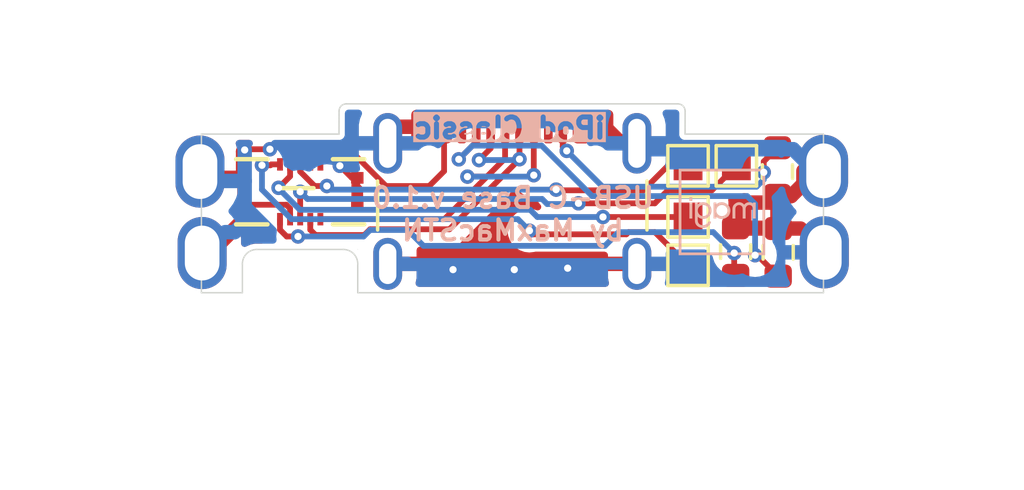
<source format=kicad_pcb>
(kicad_pcb (version 20240108) (generator "pcbnew") (generator_version "8.0")
  (layers (0 "F.Cu" signal) (31 "B.Cu" signal) (34 "B.Paste" user) (35 "F.Paste" user) (36 "B.SilkS" user "B.Silkscreen") (37 "F.SilkS" user "F.Silkscreen") (38 "B.Mask" user) (39 "F.Mask" user) (44 "Edge.Cuts" user))
  (net 0 "")
  (net 1 "D+")
  (net 2 "GND")
  (net 3 "USB_VCC")
  (net 6 "Net-(J2-CC2)")
  (net 7 "Net-(J2-CC1)")
  (net 8 "D-")
  (net 9 "ACC_ID")
  (net 10 "TX")
  (net 11 "RX")
  (net 12 "Line_L")
  (net 13 "Line_R")
  (footprint "Resistor_SMD:R_0603_1608Metric" (layer "F.Cu") (at 150.35 100.4 90)
    (property "Reference" "R1" (hide yes))
    (property "Value" "5.1K")
  )
  (footprint "Connector_USB:iPod_USB-C_PCB_mount" (layer "F.Cu") (at 151.95 101.3)
    (property "Reference" "H2" (hide yes))
    (property "Value" "MountingHole_Pad")
  )
  (footprint "Resistor_SMD:R_0603_1608Metric" (layer "F.Cu") (at 150.325 97.6 -90)
    (property "Reference" "R2" (hide yes))
    (property "Value" "5.1K")
  )
  (footprint "Connector_USB:USB_C_Receptacle_GCT_USB4105-xx-A_16P_TopMnt_Horizontal" (layer "F.Cu") (at 141.13 99.725)
    (property "Reference" "J2" (hide yes))
    (property "Value" "USB_C_Receptacle_USB2.0_16P")
  )
  (footprint "Resistor_SMD:R_0603_1608Metric" (layer "F.Cu") (at 148.875 100.375 90)
    (property "Reference" "R3" (hide yes))
    (property "Value" "500K")
  )
  (footprint "TestPoint:TestPoint_Pad_1.0x1.0mm" (layer "F.Cu") (at 147.225 97.4)
    (property "Reference" "TP4" (hide yes))
    (property "Value" "RX")
  )
  (footprint "TestPoint:TestPoint_Pad_1.0x1.0mm" (layer "F.Cu") (at 147.225 100.85)
    (property "Reference" "TP2" (hide yes))
    (property "Value" "RX")
  )
  (footprint "TestPoint:TestPoint_Pad_1.0x1.0mm" (layer "F.Cu") (at 147.225 99.175)
    (property "Reference" "TP1" (hide yes))
    (property "Value" "TX")
  )
  (footprint "Connector_Molex:MOLEX_505270_1012" (layer "F.Cu") (at 133.775 98.3 180)
    (property "Reference" "J1" (hide yes))
    (property "Value" "5052701012")
  )
  (footprint "Connector_USB:iPod_USB-C_PCB_mount" (layer "F.Cu") (at 130.375 101.325)
    (property "Reference" "H4" (hide yes))
    (property "Value" "MountingHole_Pad")
  )
  (footprint "TestPoint:TestPoint_Pad_1.0x1.0mm" (layer "F.Cu") (at 148.9 97.4)
    (property "Reference" "TP3" (hide yes))
    (property "Value" "RX")
  )
  (footprint "Connector_USB:iPod_USB-C_PCB_mount" (layer "F.Cu") (at 130.3 98.5)
    (property "Reference" "H3" (hide yes))
    (property "Value" "MountingHole_Pad")
  )
  (footprint "Connector_USB:iPod_USB-C_PCB_mount" (layer "F.Cu") (at 151.925 98.475)
    (property "Reference" "H1" (hide yes))
    (property "Value" "MountingHole_Pad")
  )
  (gr_poly (pts (xy 148.865536 99.228519) (xy 148.865642 99.228307) (xy 148.865536 99.228307)) (stroke (width -0.000001)) (fill solid) (layer "B.SilkS"))
  (gr_poly (pts (xy 149.557474 98.688346) (xy 149.557686 98.688346) (xy 149.557474 98.68824)) (stroke (width -0.000001)) (fill solid) (layer "B.SilkS"))
  (gr_poly (pts (xy 146.9 100.5) (xy 149.899951 100.5) (xy 149.899951 100.404751) (xy 149.804701 100.404751) (xy 146.995249 100.404751) (xy 146.995249 97.595299) (xy 149.804701 97.595299) (xy 149.804701 100.404751) (xy 149.899951 100.404751) (xy 149.899951 97.500049) (xy 146.9 97.500049)) (stroke (width -0.000001)) (fill solid) (layer "B.SilkS"))
  (gr_poly (pts (xy 147.286926 99.21349) (xy 147.357094 99.21349) (xy 147.357094 98.688346) (xy 147.286926 98.688346)) (stroke (width -0.000001)) (fill solid) (layer "B.SilkS"))
  (gr_poly (pts (xy 147.739226 98.662724) (xy 147.724089 98.663646) (xy 147.709408 98.665182) (xy 147.695183 98.667331) (xy 147.681416 98.670093) (xy 147.66811 98.673467) (xy 147.655265 98.677452) (xy 147.642883 98.682048) (xy 147.630967 98.687255) (xy 147.619517 98.693071) (xy 147.608536 98.699496) (xy 147.598025 98.706529) (xy 147.587986 98.71417) (xy 147.57842 98.722418) (xy 147.56933 98.731273) (xy 147.560717 98.740733) (xy 147.560717 98.673423) (xy 147.463244 98.673423) (xy 147.463244 99.261962) (xy 147.463374 99.280158) (xy 147.463764 99.296976) (xy 147.464416 99.312441) (xy 147.465334 99.326573) (xy 147.466521 99.339396) (xy 147.467977 99.350932) (xy 147.469706 99.361202) (xy 147.471711 99.37023) (xy 147.475705 99.384119) (xy 147.480465 99.397527) (xy 147.485986 99.410451) (xy 147.492269 99.42289) (xy 147.499311 99.434841) (xy 147.50711 99.446301) (xy 147.515664 99.457269) (xy 147.524972 99.467742) (xy 147.535031 99.477717) (xy 147.54584 99.487193) (xy 147.557397 99.496167) (xy 147.569699 99.504636) (xy 147.582746 99.512599) (xy 147.596536 99.520053) (xy 147.611065 99.526996) (xy 147.626333 99.533425) (xy 147.633616 99.536194) (xy 147.640937 99.538787) (xy 147.648294 99.541203) (xy 147.655687 99.543442) (xy 147.663115 99.545504) (xy 147.670574 99.547388) (xy 147.678066 99.549095) (xy 147.685587 99.550622) (xy 147.693137 99.551972) (xy 147.700713 99.553142) (xy 147.708316 99.554133) (xy 147.715943 99.554945) (xy 147.723593 99.555577) (xy 147.731264 99.556029) (xy 147.738956 99.5563) (xy 147.746666 99.55639) (xy 147.746878 99.556285) (xy 147.758526 99.556065) (xy 147.770052 99.555408) (xy 147.781455 99.554313) (xy 147.792732 99.552782) (xy 147.80388 99.550816) (xy 147.814898 99.548415) (xy 147.825782 99.545581) (xy 147.836532 99.542315) (xy 147.847144 99.538616) (xy 147.857615 99.534488) (xy 147.867945 99.529929) (xy 147.878129 99.524941) (xy 147.888167 99.519526) (xy 147.898056 99.513684) (xy 147.907792 99.507416) (xy 147.917375 99.500722) (xy 147.927003 99.493445) (xy 147.9362 99.485901) (xy 147.944965 99.478092) (xy 147.953297 99.470021) (xy 147.961195 99.461687) (xy 147.968656 99.453093) (xy 147.97568 99.444241) (xy 147.982264 99.435132) (xy 147.988409 99.425767) (xy 147.994112 99.416149) (xy 147.999371 99.406277) (xy 148.004187 99.396156) (xy 148.008556 99.385784) (xy 148.012478 99.375165) (xy 148.015952 99.3643) (xy 148.018975 99.35319) (xy 148.023632 99.334458) (xy 147.926583 99.334458) (xy 147.922244 99.34229) (xy 147.913923 99.356522) (xy 147.905231 99.369812) (xy 147.896161 99.382164) (xy 147.88671 99.393581) (xy 147.876872 99.404065) (xy 147.871806 99.408959) (xy 147.866641 99.413621) (xy 147.861378 99.418052) (xy 147.856014 99.422251) (xy 147.85055 99.42622) (xy 147.844985 99.429959) (xy 147.839319 99.433468) (xy 147.83355 99.436748) (xy 147.827678 99.439799) (xy 147.821702 99.442621) (xy 147.815622 99.445216) (xy 147.809438 99.447582) (xy 147.803148 99.449721) (xy 147.796752 99.451634) (xy 147.790249 99.453319) (xy 147.783639 99.454779) (xy 147.776921 99.456013) (xy 147.770095 99.457022) (xy 147.76316 99.457806) (xy 147.756114 99.458365) (xy 147.741692 99.458812) (xy 147.727382 99.458491) (xy 147.713729 99.457524) (xy 147.700718 99.455911) (xy 147.688331 99.453649) (xy 147.67655 99.450736) (xy 147.66536 99.44717) (xy 147.654743 99.442948) (xy 147.644683 99.438069) (xy 147.635162 99.432529) (xy 147.626163 99.426328) (xy 147.61767 99.419463) (xy 147.609667 99.411931) (xy 147.602135 99.403731) (xy 147.595058 99.39486) (xy 147.588419 99.385316) (xy 147.582201 99.375098) (xy 147.579624 99.370262) (xy 147.577211 99.365123) (xy 147.574962 99.35968) (xy 147.572878 99.353936) (xy 147.570959 99.347891) (xy 147.569205 99.341546) (xy 147.567616 99.334903) (xy 147.566194 99.327962) (xy 147.564938 99.320725) (xy 147.563848 99.313193) (xy 147.562925 99.305366) (xy 147.562169 99.297246) (xy 147.56158 99.288834) (xy 147.56116 99.280131) (xy 147.560907 99.271138) (xy 147.560823 99.261856) (xy 147.560823 99.161844) (xy 147.564006 99.165459) (xy 147.567287 99.169002) (xy 147.570665 99.172472) (xy 147.57414 99.17587) (xy 147.577712 99.179194) (xy 147.581381 99.182445) (xy 147.585149 99.185622) (xy 147.589014 99.188725) (xy 147.592977 99.191754) (xy 147.597039 99.194708) (xy 147.601198 99.197587) (xy 147.605456 99.20039) (xy 147.609813 99.203118) (xy 147.614268 99.20577) (xy 147.618823 99.208346) (xy 147.623476 99.210845) (xy 147.630748 99.214576) (xy 147.638118 99.218072) (xy 147.645584 99.221331) (xy 147.653142 99.224352) (xy 147.660793 99.227135) (xy 147.668534 99.229679) (xy 147.676362 99.231984) (xy 147.684277 99.234049) (xy 147.692276 99.235873) (xy 147.700358 99.237456) (xy 147.70852 99.238797) (xy 147.716761 99.239896) (xy 147.725079 99.240752) (xy 147.733472 99.241364) (xy 147.741939 99.241731) (xy 147.750476 99.241854) (xy 147.764611 99.241523) (xy 147.778556 99.240531) (xy 147.792311 99.238879) (xy 147.805872 99.236569) (xy 147.819236 99.233601) (xy 147.8324 99.229977) (xy 147.845363 99.225699) (xy 147.858122 99.220767) (xy 147.870673 99.215182) (xy 147.883015 99.208946) (xy 147.895144 99.202061) (xy 147.907058 99.194527) (xy 147.918755 99.186345) (xy 147.930231 99.177517) (xy 147.941484 99.168044) (xy 147.952512 99.157928) (xy 147.962859 99.147649) (xy 147.972547 99.137016) (xy 147.981576 99.126032) (xy 147.989944 99.114698) (xy 147.997649 99.103019) (xy 148.004691 99.090996) (xy 148.011068 99.078633) (xy 148.016779 99.065932) (xy 148.021823 99.052897) (xy 148.026198 99.039529) (xy 148.029904 99.025832) (xy 148.032939 99.011809) (xy 148.035301 98.997461) (xy 148.03699 98.982793) (xy 148.038004 98.967807) (xy 148.038343 98.952506) (xy 148.038225 98.945097) (xy 147.937272 98.945097) (xy 147.937071 98.955492) (xy 147.936467 98.965646) (xy 147.935458 98.975562) (xy 147.934044 98.985244) (xy 147.932223 98.994698) (xy 147.929994 99.003925) (xy 147.927356 99.012932) (xy 147.924308 99.021721) (xy 147.920847 99.030296) (xy 147.916974 99.038663) (xy 147.912686 99.046824) (xy 147.907983 99.054783) (xy 147.902863 99.062546) (xy 147.897325 99.070116) (xy 147.891368 99.077496) (xy 147.88499 99.084691) (xy 147.878243 99.091797) (xy 147.871293 99.098431) (xy 147.864137 99.104594) (xy 147.856771 99.11029) (xy 147.849191 99.115519) (xy 147.841393 99.120284) (xy 147.833374 99.124586) (xy 147.825128 99.128427) (xy 147.816654 99.131809) (xy 147.807946 99.134735) (xy 147.799001 99.137205) (xy 147.789815 99.139222) (xy 147.780384 99.140788) (xy 147.770704 99.141903) (xy 147.760771 99.142572) (xy 147.750582 99.142794) (xy 147.740421 99.142588) (xy 147.730567 99.141968) (xy 147.721012 99.140934) (xy 147.711746 99.139483) (xy 147.70276 99.137615) (xy 147.694044 99.135326) (xy 147.685589 99.132617) (xy 147.677385 99.129485) (xy 147.669423 99.125929) (xy 147.661694 99.121948) (xy 147.654187 99.117539) (xy 147.646894 99.112701) (xy 147.639804 99.107433) (xy 147.63291 99.101733) (xy 147.6262 99.095599) (xy 147.619666 99.089031) (xy 147.612753 99.081484) (xy 147.606299 99.073805) (xy 147.600303 99.06599) (xy 147.594762 99.058035) (xy 147.589676 99.049935) (xy 147.585041 99.041688) (xy 147.580857 99.03329) (xy 147.577121 99.024737) (xy 147.573832 99.016025) (xy 147.570987 99.00715) (xy 147.568585 98.99811) (xy 147.566624 98.988899) (xy 147.565102 98.979515) (xy 147.564017 98.969953) (xy 147.563367 98.960211) (xy 147.563151 98.950283) (xy 147.563364 98.940347) (xy 147.564002 98.930584) (xy 147.565067 98.920998) (xy 147.566561 98.911594) (xy 147.568486 98.902376) (xy 147.570842 98.893349) (xy 147.573632 98.884516) (xy 147.576857 98.875882) (xy 147.580518 98.867452) (xy 147.584618 98.859229) (xy 147.589157 98.851219) (xy 147.594137 98.843424) (xy 147.599561 98.835851) (xy 147.605428 98.828503) (xy 147.611741 98.821384) (xy 147.618502 98.814499) (xy 147.625617 98.807912) (xy 147.632914 98.801762) (xy 147.640397 98.796048) (xy 147.648071 98.790767) (xy 147.655939 98.785919) (xy 147.664004 98.781502) (xy 147.672272 98.777513) (xy 147.680745 98.773952) (xy 147.689428 98.770815) (xy 147.698325 98.768103) (xy 147.707438 98.765812) (xy 147.716773 98.763942) (xy 147.726333 98.76249) (xy 147.736123 98.761456) (xy 147.746144 98.760836) (xy 147.756403 98.76063) (xy 147.756403 98.760524) (xy 147.765824 98.760733) (xy 147.775041 98.761359) (xy 147.784056 98.762405) (xy 147.792872 98.763873) (xy 147.801494 98.765762) (xy 147.809925 98.768075) (xy 147.818168 98.770813) (xy 147.826226 98.773978) (xy 147.834104 98.777571) (xy 147.841803 98.781592) (xy 147.849329 98.786045) (xy 147.856683 98.79093) (xy 147.86387 98.796248) (xy 147.870893 98.802) (xy 147.877756 98.80819) (xy 147.884461 98.814816) (xy 147.890914 98.821754) (xy 147.89694 98.828836) (xy 147.90254 98.836066) (xy 147.907715 98.843448) (xy 147.912467 98.850984) (xy 147.916798 98.85868) (xy 147.920709 98.866537) (xy 147.924202 98.874559) (xy 147.927278 98.88275) (xy 147.929939 98.891114) (xy 147.932186 98.899652) (xy 147.934021 98.90837) (xy 147.935446 98.91727) (xy 147.936461 98.926355) (xy 147.93707 98.93563) (xy 147.937272 98.945097) (xy 148.038225 98.945097) (xy 148.038133 98.939343) (xy 148.037505 98.926488) (xy 148.03646 98.913942) (xy 148.034997 98.901707) (xy 148.033119 98.889785) (xy 148.030825 98.878179) (xy 148.028117 98.866889) (xy 148.024994 98.855919) (xy 148.021459 98.84527) (xy 148.017512 98.834945) (xy 148.013153 98.824944) (xy 148.008384 98.815271) (xy 148.003204 98.805927) (xy 147.997616 98.796915) (xy 147.991619 98.788235) (xy 147.985214 98.779891) (xy 147.9732 98.765718) (xy 147.960851 98.752449) (xy 147.948171 98.740086) (xy 147.935165 98.72863) (xy 147.921835 98.718082) (xy 147.908185 98.708445) (xy 147.894217 98.699718) (xy 147.879937 98.691904) (xy 147.865346 98.685004) (xy 147.850448 98.67902) (xy 147.835248 98.673953) (xy 147.819747 98.669803) (xy 147.80395 98.666574) (xy 147.78786 98.664265) (xy 147.771481 98.662879) (xy 147.754815 98.662416)) (stroke (width -0.000001)) (fill solid) (layer "B.SilkS"))
  (gr_poly (pts (xy 147.286926 98.604526) (xy 147.357094 98.604526) (xy 147.357094 98.50409) (xy 147.286926 98.50409)) (stroke (width -0.000001)) (fill solid) (layer "B.SilkS"))
  (gr_poly (pts (xy 147.736604 98.67767) (xy 147.719077 98.67898) (xy 147.702235 98.681163) (xy 147.686078 98.68422) (xy 147.670607 98.68815) (xy 147.65582 98.692955) (xy 147.64172 98.698634) (xy 147.628305 98.705186) (xy 147.615576 98.712614) (xy 147.603533 98.720915) (xy 147.592176 98.730092) (xy 147.581505 98.740143) (xy 147.571521 98.751069) (xy 147.562223 98.76287) (xy 147.553613 98.775547) (xy 147.545689 98.789099) (xy 147.545689 98.688134) (xy 147.478379 98.688134) (xy 147.478379 99.261539) (xy 147.478484 99.261751) (xy 147.478609 99.279392) (xy 147.478982 99.295725) (xy 147.479606 99.31075) (xy 147.480482 99.32447) (xy 147.481611 99.336885) (xy 147.482994 99.347997) (xy 147.484632 99.357806) (xy 147.486528 99.366314) (xy 147.490277 99.379338) (xy 147.494738 99.391898) (xy 147.499912 99.403994) (xy 147.505798 99.415627) (xy 147.512396 99.426797) (xy 147.519707 99.437504) (xy 147.527731 99.447748) (xy 147.536468 99.457529) (xy 147.545918 99.466848) (xy 147.556081 99.475704) (xy 147.566958 99.484098) (xy 147.578548 99.492029) (xy 147.590852 99.499499) (xy 147.60387 99.506507) (xy 147.617602 99.513053) (xy 147.632048 99.519137) (xy 147.639009 99.52179) (xy 147.645998 99.524272) (xy 147.653018 99.526583) (xy 147.660066 99.528722) (xy 147.667144 99.53069) (xy 147.674251 99.532487) (xy 147.681386 99.534113) (xy 147.68855 99.535568) (xy 147.695743 99.536852) (xy 147.702964 99.537964) (xy 147.710213 99.538906) (xy 147.717491 99.539676) (xy 147.724796 99.540275) (xy 147.732129 99.540703) (xy 147.73949 99.540959) (xy 147.746878 99.541045) (xy 147.757964 99.540839) (xy 147.768919 99.540221) (xy 147.779743 99.539192) (xy 147.790435 99.537751) (xy 147.800995 99.535898) (xy 147.811425 99.533633) (xy 147.821722 99.530957) (xy 147.831888 99.527869) (xy 147.841923 99.524369) (xy 147.851826 99.520457) (xy 147.861598 99.516134) (xy 147.871239 99.511398) (xy 147.880747 99.506251) (xy 147.890125 99.500693) (xy 147.899371 99.494722) (xy 147.908485 99.48834) (xy 147.917603 99.481453) (xy 147.926305 99.474326) (xy 147.934589 99.466958) (xy 147.942456 99.45935) (xy 147.949906 99.451502) (xy 147.956938 99.443414) (xy 147.963553 99.435087) (xy 147.96975 99.42652) (xy 147.975528 99.417714) (xy 147.980889 99.408668) (xy 147.985832 99.399384) (xy 147.990356 99.38986) (xy 147.994461 99.380098) (xy 147.998148 99.370098) (xy 148.001416 99.359858) (xy 148.004265 99.349381) (xy 147.935473 99.349381) (xy 147.926661 99.364434) (xy 147.91741 99.378516) (xy 147.907719 99.391629) (xy 147.89759 99.403771) (xy 147.88702 99.414943) (xy 147.88157 99.420164) (xy 147.87601 99.425144) (xy 147.870341 99.42988) (xy 147.864561 99.434374) (xy 147.858671 99.438625) (xy 147.852672 99.442633) (xy 147.846562 99.446399) (xy 147.840342 99.449921) (xy 147.834012 99.453201) (xy 147.827571 99.456238) (xy 147.821021 99.459033) (xy 147.814361 99.461584) (xy 147.80759 99.463892) (xy 147.800709 99.465958) (xy 147.793718 99.46778) (xy 147.786617 99.46936) (xy 147.779405 99.470697) (xy 147.772083 99.47179) (xy 147.764651 99.472641) (xy 147.757108 99.473249) (xy 147.741692 99.473735) (xy 147.72639 99.473378) (xy 147.71175 99.472306) (xy 147.69776 99.47052) (xy 147.684405 99.46802) (xy 147.671673 99.464805) (xy 147.659552 99.460876) (xy 147.648028 99.456233) (xy 147.637089 99.450875) (xy 147.626722 99.444803) (xy 147.616913 99.438016) (xy 147.607651 99.430515) (xy 147.598921 99.4223) (xy 147.590712 99.41337) (xy 147.58301 99.403726) (xy 147.575803 99.393368) (xy 147.569078 99.382295) (xy 147.566251 99.377024) (xy 147.563606 99.37145) (xy 147.561142 99.365574) (xy 147.55886 99.359395) (xy 147.556759 99.352914) (xy 147.554841 99.34613) (xy 147.553104 99.339043) (xy 147.551549 99.331654) (xy 147.550177 99.323962) (xy 147.548987 99.315967) (xy 147.54798 99.30767) (xy 147.547155 99.29907) (xy 147.546514 99.290168) (xy 147.546056 99.280963) (xy 147.54578 99.271455) (xy 147.545689 99.261645) (xy 147.545689 99.109457) (xy 147.548941 99.116403) (xy 147.552465 99.123154) (xy 147.556264 99.129709) (xy 147.560335 99.136069) (xy 147.56468 99.142233) (xy 147.569298 99.148202) (xy 147.574191 99.153976) (xy 147.579357 99.159555) (xy 147.584797 99.16494) (xy 147.590512 99.17013) (xy 147.596501 99.175125) (xy 147.602764 99.179927) (xy 147.609303 99.184534) (xy 147.616116 99.188947) (xy 147.623204 99.193167) (xy 147.630567 99.197192) (xy 147.637471 99.20073) (xy 147.644453 99.204038) (xy 147.651512 99.207119) (xy 147.658649 99.209972) (xy 147.665864 99.212596) (xy 147.673158 99.214992) (xy 147.68053 99.21716) (xy 147.687982 99.2191) (xy 147.695512 99.220811) (xy 147.703123 99.222295) (xy 147.710813 99.22355) (xy 147.718584 99.224577) (xy 147.726435 99.225375) (xy 147.734368 99.225946) (xy 147.742381 99.226288) (xy 147.750476 99.226402) (xy 147.763912 99.226091) (xy 147.777151 99.225157) (xy 147.790195 99.223601) (xy 147.803044 99.221422) (xy 147.815697 99.21862) (xy 147.828155 99.215196) (xy 147.840418 99.211149) (xy 147.852486 99.206479) (xy 147.86436 99.201187) (xy 147.876039 99.195273) (xy 147.887523 99.188735) (xy 147.898813 99.181575) (xy 147.909909 99.173793) (xy 147.920812 99.165388) (xy 147.93152 99.15636) (xy 147.942035 99.14671) (xy 147.951858 99.136947) (xy 147.96105 99.126866) (xy 147.969608 99.116467) (xy 147.977533 99.105749) (xy 147.984826 99.094713) (xy 147.991485 99.083357) (xy 147.99751 99.071683) (xy 148.002902 99.059688) (xy 148.00766 99.047374) (xy 148.011784 99.034739) (xy 148.015274 99.021784) (xy 148.01813 99.008508) (xy 148.020352 98.994911) (xy 148.021939 98.980992) (xy 148.022891 98.966751) (xy 148.023209 98.952188) (xy 148.023097 98.944991) (xy 147.952406 98.944991) (xy 147.952186 98.956032) (xy 147.951528 98.96685) (xy 147.95043 98.977444) (xy 147.948892 98.987816) (xy 147.946915 98.997965) (xy 147.944498 99.007892) (xy 147.941641 99.017596) (xy 147.938343 99.027078) (xy 147.934606 99.036339) (xy 147.930428 99.045377) (xy 147.925809 99.054194) (xy 147.92075 99.062789) (xy 147.91525 99.071163) (xy 147.909309 99.079315) (xy 147.902926 99.087247) (xy 147.896103 99.094957) (xy 147.888855 99.10257) (xy 147.881359 99.109691) (xy 147.873616 99.116321) (xy 147.865626 99.122461) (xy 147.857389 99.128109) (xy 147.848906 99.133266) (xy 147.840176 99.137931) (xy 147.8312 99.142106) (xy 147.821979 99.14579) (xy 147.812513 99.148982) (xy 147.802802 99.151683) (xy 147.792846 99.153893) (xy 147.782645 99.155612) (xy 147.772201 99.15684) (xy 147.761513 99.157577) (xy 147.750582 99.157822) (xy 147.739682 99.157594) (xy 147.729082 99.156909) (xy 147.718778 99.155768) (xy 147.708761 99.154169) (xy 147.699026 99.152114) (xy 147.689566 99.149601) (xy 147.680374 99.146631) (xy 147.671445 99.143204) (xy 147.662771 99.139319) (xy 147.654346 99.134976) (xy 147.646163 99.130175) (xy 147.638217 99.124916) (xy 147.630499 99.119199) (xy 147.623005 99.113024) (xy 147.615727 99.106389) (xy 147.608659 99.099296) (xy 147.601315 99.091254) (xy 147.594442 99.083039) (xy 147.588041 99.074654) (xy 147.582112 99.066098) (xy 147.576655 99.05737) (xy 147.571672 99.048472) (xy 147.567161 99.039402) (xy 147.563124 99.030161) (xy 147.559561 99.020749) (xy 147.556472 99.011165) (xy 147.553858 99.001411) (xy 147.551718 98.991485) (xy 147.550053 98.981389) (xy 147.548863 98.971121) (xy 147.548149 98.960682) (xy 147.547911 98.950071) (xy 147.548145 98.93945) (xy 147.548849 98.928984) (xy 147.550021 98.91868) (xy 147.551661 98.908548) (xy 147.553771 98.898596) (xy 147.556349 98.888832) (xy 147.559397 98.879265) (xy 147.562913 98.869903) (xy 147.566898 98.860754) (xy 147.571351 98.851826) (xy 147.576274 98.843129) (xy 147.581665 98.83467) (xy 147.587525 98.826458) (xy 147.593854 98.818501) (xy 147.600652 98.810808) (xy 147.607918 98.803386) (xy 147.61553 98.796351) (xy 147.623362 98.789769) (xy 147.631416 98.783641) (xy 147.639692 98.777967) (xy 147.648189 98.772746) (xy 147.656909 98.76798) (xy 147.665851 98.763668) (xy 147.675017 98.75981) (xy 147.684405 98.756405) (xy 147.694018 98.753455) (xy 147.703854 98.750958) (xy 147.713914 98.748915) (xy 147.724198 98.747327) (xy 147.734708 98.746192) (xy 147.745443 98.745511) (xy 147.756403 98.745284) (xy 147.766545 98.745515) (xy 147.776494 98.746206) (xy 147.786249 98.747359) (xy 147.795811 98.748972) (xy 147.805178 98.751045) (xy 147.814351 98.753577) (xy 147.823329 98.75657) (xy 147.832113 98.760021) (xy 147.840702 98.763932) (xy 147.849097 98.768301) (xy 147.857296 98.773128) (xy 147.8653 98.778413) (xy 147.873109 98.784156) (xy 147.880722 98.790356) (xy 147.88814 98.797013) (xy 147.895362 98.804127) (xy 147.902264 98.811579) (xy 147.908721 98.819209) (xy 147.914735 98.827018) (xy 147.920304 98.835006) (xy 147.925428 98.843173) (xy 147.930107 98.85152) (xy 147.934342 98.860046) (xy 147.938132 98.868752) (xy 147.941476 98.877637) (xy 147.944375 98.886703) (xy 147.946828 98.895949) (xy 147.948836 98.905375) (xy 147.950397 98.914982) (xy 147.951513 98.924769) (xy 147.952183 98.934737) (xy 147.952406 98.944885) (xy 147.952406 98.944991) (xy 148.023097 98.944991) (xy 148.023014 98.939644) (xy 148.02243 98.927413) (xy 148.021457 98.915495) (xy 148.020095 98.90389) (xy 148.018344 98.892598) (xy 148.016205 98.881619) (xy 148.013676 98.870954) (xy 148.01076 98.860603) (xy 148.007455 98.850565) (xy 148.003763 98.840841) (xy 147.999682 98.831431) (xy 147.995214 98.822336) (xy 147.990358 98.813554) (xy 147.985115 98.805088) (xy 147.979485 98.796936) (xy 147.973467 98.789099) (xy 147.96199 98.775547) (xy 147.95022 98.76287) (xy 147.938158 98.751069) (xy 147.925804 98.740143) (xy 147.913158 98.730092) (xy 147.900219 98.720915) (xy 147.886989 98.712614) (xy 147.873468 98.705186) (xy 147.859655 98.698634) (xy 147.84555 98.692955) (xy 147.831155 98.68815) (xy 147.816468 98.68422) (xy 147.801491 98.681163) (xy 147.786223 98.67898) (xy 147.770664 98.67767) (xy 147.754815 98.677233)) (stroke (width -0.000001)) (fill solid) (layer "B.SilkS"))
  (gr_poly (pts (xy 148.37918 98.67777) (xy 148.36192 98.679065) (xy 148.345338 98.681223) (xy 148.329434 98.684243) (xy 148.314208 98.688126) (xy 148.299661 98.692871) (xy 148.285794 98.698479) (xy 148.272605 98.704948) (xy 148.260096 98.71228) (xy 148.248267 98.720473) (xy 148.237118 98.729528) (xy 148.22665 98.739445) (xy 148.216863 98.750223) (xy 148.207757 98.761862) (xy 148.199332 98.774362) (xy 148.19159 98.787723) (xy 148.19159 98.68824) (xy 148.12428 98.68824) (xy 148.12428 99.213385) (xy 148.191589 99.213385) (xy 148.191589 99.113902) (xy 148.19546 99.120836) (xy 148.199491 99.127549) (xy 148.203683 99.134042) (xy 148.208035 99.140314) (xy 148.212547 99.146365) (xy 148.21722 99.152196) (xy 148.222053 99.157807) (xy 148.227047 99.163197) (xy 148.232201 99.168366) (xy 148.237515 99.173315) (xy 148.242989 99.178044) (xy 148.248624 99.182552) (xy 148.254419 99.18684) (xy 148.260374 99.190908) (xy 148.266489 99.194756) (xy 148.272764 99.198383) (xy 148.279199 99.20179) (xy 148.285793 99.204977) (xy 148.292548 99.207944) (xy 148.299463 99.210691) (xy 148.306537 99.213219) (xy 148.313772 99.215526) (xy 148.321166 99.217613) (xy 148.32872 99.21948) (xy 148.336433 99.221128) (xy 148.344306 99.222555) (xy 148.352339 99.223763) (xy 148.360531 99.224752) (xy 148.368883 99.22552) (xy 148.377394 99.226069) (xy 148.394895 99.226508) (xy 148.411319 99.226068) (xy 148.427489 99.224747) (xy 148.443407 99.222546) (xy 148.459072 99.219465) (xy 148.474484 99.215504) (xy 148.489645 99.210664) (xy 148.504553 99.204943) (xy 148.51921 99.198343) (xy 148.533615 99.190864) (xy 148.547768 99.182506) (xy 148.561669 99.173268) (xy 148.57532 99.163152) (xy 148.588719 99.152157) (xy 148.601867 99.140284) (xy 148.614764 99.127532) (xy 148.627411 99.113902) (xy 148.629508 99.11143) (xy 148.631593 99.108777) (xy 148.633666 99.105942) (xy 148.635727 99.102926) (xy 148.637777 99.099729) (xy 148.639814 99.096349) (xy 148.64184 99.092788) (xy 148.643855 99.089044) (xy 148.645859 99.085118) (xy 148.647851 99.081009) (xy 148.649833 99.076718) (xy 148.651804 99.072244) (xy 148.653765 99.067588) (xy 148.655715 99.062748) (xy 148.657655 99.057725) (xy 148.659584 99.052518) (xy 148.664049 99.039193) (xy 148.667919 99.025888) (xy 148.66963 99.019243) (xy 148.671193 99.012602) (xy 148.672607 99.005967) (xy 148.673872 98.999337) (xy 148.674988 98.992712) (xy 148.675956 98.986091) (xy 148.676774 98.979476) (xy 148.677444 98.972865) (xy 148.677965 98.96626) (xy 148.678337 98.959659) (xy 148.67856 98.953064) (xy 148.678569 98.952294) (xy 148.60762 98.952294) (xy 148.60762 98.9524) (xy 148.607373 98.962995) (xy 148.606633 98.97339) (xy 148.605398 98.983584) (xy 148.60367 98.993577) (xy 148.601447 99.00337) (xy 148.59873 99.012963) (xy 148.595518 99.022357) (xy 148.591811 99.03155) (xy 148.58761 99.040543) (xy 148.582914 99.049337) (xy 148.577722 99.057932) (xy 148.572035 99.066328) (xy 148.565853 99.074524) (xy 148.559175 99.082522) (xy 148.552002 99.09032) (xy 148.544332 99.097921) (xy 148.536342 99.105187) (xy 148.52817 99.111985) (xy 148.519815 99.118314) (xy 148.511277 99.124174) (xy 148.502558 99.129565) (xy 148.493658 99.134488) (xy 148.484577 99.138941) (xy 148.475315 99.142926) (xy 148.465874 99.146442) (xy 148.456254 99.149489) (xy 148.446454 99.152068) (xy 148.436476 99.154178) (xy 148.42632 99.155818) (xy 148.415987 99.15699) (xy 148.405476 99.157694) (xy 148.394789 99.157928) (xy 148.384162 99.157692) (xy 148.373823 99.156985) (xy 148.363758 99.155807) (xy 148.353956 99.154158) (xy 148.344404 99.152037) (xy 148.335089 99.149445) (xy 148.325999 99.146381) (xy 148.317121 99.142847) (xy 148.308443 99.138841) (xy 148.299952 99.134364) (xy 148.291635 99.129415) (xy 148.283481 99.123995) (xy 148.275476 99.118104) (xy 148.267608 99.111742) (xy 148.259864 99.104908) (xy 148.252232 99.097603) (xy 148.244887 99.089978) (xy 148.238014 99.082184) (xy 148.231613 99.074222) (xy 148.225684 99.066091) (xy 148.220228 99.057791) (xy 148.215244 99.049323) (xy 148.210734 99.040686) (xy 148.206697 99.031881) (xy 148.203134 99.022906) (xy 148.200045 99.013763) (xy 148.19743 99.004451) (xy 148.19529 98.994971) (xy 148.193625 98.985322) (xy 148.192436 98.975504) (xy 148.191722 98.965518) (xy 148.191483 98.955363) (xy 148.191712 98.944418) (xy 148.192396 98.933689) (xy 148.193538 98.923175) (xy 148.195136 98.912878) (xy 148.197192 98.902796) (xy 148.199704 98.89293) (xy 148.202674 98.883279) (xy 148.206102 98.873845) (xy 148.209987 98.864626) (xy 148.21433 98.855623) (xy 148.21913 98.846836) (xy 148.224389 98.838265) (xy 148.230107 98.82991) (xy 148.236282 98.82177) (xy 148.242916 98.813846) (xy 148.250009 98.806138) (xy 148.257448 98.798793) (xy 148.26512 98.79192) (xy 148.273026 98.785519) (xy 148.281164 98.77959) (xy 148.289536 98.774134) (xy 148.29814 98.769151) (xy 148.306978 98.76464) (xy 148.316049 98.760603) (xy 148.325354 98.75704) (xy 148.334891 98.753951) (xy 148.344662 98.751336) (xy 148.354665 98.749196) (xy 148.364902 98.747531) (xy 148.375372 98.746342) (xy 148.386075 98.745628) (xy 148.397012 98.74539) (xy 148.407938 98.745625) (xy 148.418615 98.746332) (xy 148.42905 98.747511) (xy 148.439248 98.74916) (xy 148.449215 98.751281) (xy 148.45896 98.753873) (xy 148.468487 98.756936) (xy 148.477802 98.760471) (xy 148.486914 98.764477) (xy 148.495826 98.768954) (xy 148.504547 98.773903) (xy 148.513083 98.779323) (xy 148.521439 98.785214) (xy 148.529622 98.791576) (xy 148.537639 98.79841) (xy 148.545496 98.805715) (xy 148.55303 98.813357) (xy 148.560077 98.821203) (xy 148.566635 98.829251) (xy 148.572705 98.837503) (xy 148.578288 98.845957) (xy 148.583384 98.854614) (xy 148.587993 98.863474) (xy 148.592116 98.872535) (xy 148.595752 98.881799) (xy 148.598903 98.891265) (xy 148.601568 98.900933) (xy 148.603747 98.910802) (xy 148.605442 98.920873) (xy 148.606652 98.931146) (xy 148.607378 98.941619) (xy 148.60762 98.952294) (xy 148.678569 98.952294) (xy 148.678635 98.946473) (xy 148.678555 98.940695) (xy 148.678317 98.93487) (xy 148.677919 98.928998) (xy 148.677363 98.923079) (xy 148.676647 98.917114) (xy 148.675771 98.911102) (xy 148.674736 98.905044) (xy 148.673541 98.898941) (xy 148.672186 98.892791) (xy 148.670671 98.886596) (xy 148.668996 98.880355) (xy 148.66716 98.874068) (xy 148.665163 98.867736) (xy 148.663006 98.86136) (xy 148.660688 98.854938) (xy 148.658209 98.848471) (xy 148.654151 98.838564) (xy 148.649995 98.829321) (xy 148.645742 98.820739) (xy 148.64358 98.816696) (xy 148.641394 98.812819) (xy 148.639185 98.809106) (xy 148.636952 98.805558) (xy 148.634696 98.802175) (xy 148.632417 98.798956) (xy 148.630115 98.795902) (xy 148.62779 98.793012) (xy 148.625442 98.790285) (xy 148.623072 98.787723) (xy 148.609762 98.774345) (xy 148.596343 98.761832) (xy 148.582815 98.750184) (xy 148.569178 98.7394) (xy 148.555433 98.729481) (xy 148.541579 98.720427) (xy 148.527618 98.712236) (xy 148.513548 98.704909) (xy 148.49937 98.698444) (xy 148.485085 98.692843) (xy 148.470692 98.688104) (xy 148.456191 98.684228) (xy 148.441583 98.681214) (xy 148.426868 98.679061) (xy 148.412047 98.677769) (xy 148.397118 98.677339)) (stroke (width -0.000001)) (fill solid) (layer "B.SilkS"))
  (gr_poly (pts (xy 148.981275 98.677653) (xy 148.970986 98.678594) (xy 148.960718 98.680164) (xy 148.950471 98.682361) (xy 148.940244 98.685187) (xy 148.930039 98.688641) (xy 148.919856 98.692723) (xy 148.909695 98.697434) (xy 148.899556 98.702774) (xy 148.88944 98.708743) (xy 148.879347 98.715341) (xy 148.869277 98.722568) (xy 148.85923 98.730424) (xy 148.849208 98.738911) (xy 148.839209 98.748026) (xy 148.829235 98.757772) (xy 148.823218 98.764302) (xy 148.817587 98.771271) (xy 148.812344 98.77868) (xy 148.807488 98.786527) (xy 148.80302 98.794815) (xy 148.798939 98.803542) (xy 148.795247 98.81271) (xy 148.791942 98.822317) (xy 148.789026 98.832365) (xy 148.786498 98.842853) (xy 148.784358 98.853782) (xy 148.782607 98.865152) (xy 148.781245 98.876962) (xy 148.780272 98.889214) (xy 148.779688 98.901906) (xy 148.779494 98.915041) (xy 148.779494 99.213385) (xy 148.850402 99.213385) (xy 148.850402 98.920121) (xy 148.850505 98.910674) (xy 148.850814 98.901542) (xy 148.851328 98.892725) (xy 148.852049 98.884223) (xy 148.852975 98.876036) (xy 148.854108 98.868165) (xy 148.855446 98.860608) (xy 148.85699 98.853366) (xy 148.85874 98.846439) (xy 148.860696 98.839828) (xy 148.862858 98.833531) (xy 148.865225 98.827549) (xy 148.867799 98.821883) (xy 148.870578 98.816531) (xy 148.873563 98.811495) (xy 148.876754 98.806773) (xy 148.882355 98.799334) (xy 148.888204 98.792376) (xy 148.8943 98.785899) (xy 148.900643 98.779903) (xy 148.907233 98.774387) (xy 148.914069 98.769352) (xy 148.921152 98.764797) (xy 148.92848 98.760722) (xy 148.936054 98.757127) (xy 148.943874 98.754012) (xy 148.951938 98.751377) (xy 148.960247 98.749221) (xy 148.9688 98.747545) (xy 148.977597 98.746347) (xy 148.986638 98.745629) (xy 148.995923 98.74539) (xy 149.001921 98.74551) (xy 149.007849 98.745871) (xy 149.013708 98.746472) (xy 149.019499 98.747313) (xy 149.02522 98.748394) (xy 149.030873 98.749715) (xy 149.036458 98.751276) (xy 149.041973 98.753076) (xy 149.047421 98.755115) (xy 149.052801 98.757394) (xy 149.058113 98.759912) (xy 149.063357 98.762669) (xy 149.068533 98.765664) (xy 149.073642 98.768898) (xy 149.078684 98.772371) (xy 149.083659 98.776081) (xy 149.088471 98.779976) (xy 149.093025 98.783998) (xy 149.097321 98.788149) (xy 149.101359 98.792428) (xy 149.105139 98.796833) (xy 149.108662 98.801365) (xy 149.111926 98.806024) (xy 149.114932 98.810808) (xy 149.117681 98.815717) (xy 149.120171 98.820751) (xy 149.122403 98.82591) (xy 149.124378 98.831192) (xy 149.126094 98.836598) (xy 149.127553 98.842127) (xy 149.128753 98.847778) (xy 149.129696 98.853551) (xy 149.130733 98.860527) (xy 149.131624 98.867882) (xy 149.132371 98.875619) (xy 149.132977 98.88374) (xy 149.133444 98.892249) (xy 149.133774 98.901147) (xy 149.13397 98.910436) (xy 149.134035 98.920121) (xy 149.134035 99.213385) (xy 149.204944 99.213385) (xy 149.204944 98.912077) (xy 149.20504 98.903879) (xy 149.205331 98.895915) (xy 149.205815 98.888183) (xy 149.206493 98.880686) (xy 149.207365 98.873422) (xy 149.208432 98.866392) (xy 149.209693 98.859597) (xy 149.211148 98.853035) (xy 149.212798 98.846708) (xy 149.214643 98.840616) (xy 149.216683 98.834758) (xy 149.218918 98.829135) (xy 149.221349 98.823747) (xy 149.223975 98.818595) (xy 149.226797 98.813677) (xy 149.229814 98.808995) (xy 149.235407 98.801287) (xy 149.241229 98.794078) (xy 149.247282 98.787366) (xy 149.253566 98.781153) (xy 149.260079 98.775438) (xy 149.266822 98.77022) (xy 149.273795 98.7655) (xy 149.280998 98.761278) (xy 149.284685 98.759353) (xy 149.28843 98.757553) (xy 149.292232 98.755877) (xy 149.296091 98.754325) (xy 149.303982 98.751594) (xy 149.312101 98.74936) (xy 149.32045 98.747623) (xy 149.329027 98.746382) (xy 149.337832 98.745638) (xy 149.346866 98.74539) (xy 149.35589 98.745609) (xy 149.364666 98.746268) (xy 149.373195 98.747366) (xy 149.381477 98.748904) (xy 149.389512 98.750881) (xy 149.3973 98.753298) (xy 149.404842 98.756155) (xy 149.412139 98.759452) (xy 149.41919 98.76319) (xy 149.425995 98.767368) (xy 149.432556 98.771986) (xy 149.438872 98.777045) (xy 149.444943 98.782545) (xy 149.450771 98.788487) (xy 149.456355 98.794869) (xy 149.461695 98.801693) (xy 149.464791 98.80616) (xy 149.467688 98.81095) (xy 149.470386 98.816064) (xy 149.472885 98.8215) (xy 149.475186 98.827261) (xy 149.477287 98.833345) (xy 149.479189 98.839754) (xy 149.480891 98.846487) (xy 149.482393 98.853545) (xy 149.483696 98.860929) (xy 149.484799 98.868638) (xy 149.485701 98.876673) (xy 149.486403 98.885034) (xy 149.486905 98.893721) (xy 149.487206 98.902736) (xy 149.487307 98.912077) (xy 149.487307 99.213385) (xy 149.557474 99.213385) (xy 149.557474 98.688346) (xy 149.491117 98.688346) (xy 149.491117 98.757772) (xy 149.488808 98.752821) (xy 149.486364 98.748026) (xy 149.483787 98.74339) (xy 149.481076 98.738911) (xy 149.47823 98.734589) (xy 149.475251 98.730424) (xy 149.472138 98.726417) (xy 149.46889 98.722568) (xy 149.465509 98.718875) (xy 149.461993 98.715341) (xy 149.458343 98.711963) (xy 149.454559 98.708743) (xy 149.450641 98.70568) (xy 149.446589 98.702774) (xy 149.442402 98.700025) (xy 149.438081 98.697434) (xy 149.433626 98.695) (xy 149.429037 98.692723) (xy 149.424313 98.690603) (xy 149.419455 98.688641) (xy 149.414463 98.686835) (xy 149.409336 98.685187) (xy 149.404075 98.683695) (xy 149.39868 98.682361) (xy 149.39315 98.681184) (xy 149.387486 98.680164) (xy 149.381687 98.6793) (xy 149.375754 98.678594) (xy 149.369686 98.678045) (xy 149.363484 98.677653) (xy 149.350676 98.677339) (xy 149.337762 98.677653) (xy 149.325174 98.678594) (xy 149.312908 98.680164) (xy 149.300962 98.682361) (xy 149.289335 98.685187) (xy 149.278024 98.688641) (xy 149.267026 98.692723) (xy 149.256339 98.697434) (xy 149.245961 98.702774) (xy 149.235889 98.708743) (xy 149.226122 98.715341) (xy 149.216656 98.722568) (xy 149.20749 98.730424) (xy 149.198621 98.738911) (xy 149.190047 98.748026) (xy 149.181766 98.757772) (xy 149.181027 98.758532) (xy 149.180278 98.759345) (xy 149.179518 98.760209) (xy 149.178748 98.761124) (xy 149.177968 98.762091) (xy 149.177177 98.76311) (xy 149.176375 98.764179) (xy 149.175562 98.7653) (xy 149.173902 98.767693) (xy 149.172196 98.770289) (xy 149.170444 98.773085) (xy 149.168643 98.776081) (xy 149.156895 98.757772) (xy 149.15388 98.753262) (xy 149.150669 98.748858) (xy 149.147263 98.744561) (xy 149.143661 98.740371) (xy 149.139864 98.736288) (xy 149.135871 98.732313) (xy 149.131684 98.728446) (xy 149.127302 98.724686) (xy 149.122725 98.721034) (xy 149.117953 98.71749) (xy 149.112987 98.714055) (xy 149.107827 98.710728) (xy 149.102472 98.707509) (xy 149.096924 98.704399) (xy 149.091182 98.701398) (xy 149.085246 98.698506) (xy 149.079653 98.695931) (xy 149.074024 98.693524) (xy 149.068362 98.691286) (xy 149.062664 98.689215) (xy 149.056932 98.687312) (xy 149.051164 98.685576) (xy 149.045363 98.684007) (xy 149.039526 98.682604) (xy 149.033655 98.681368) (xy 149.027749 98.680297) (xy 149.021808 98.679392) (xy 149.015833 98.678652) (xy 149.009822 98.678077) (xy 149.003778 98.677667) (xy 148.997698 98.677421) (xy 148.991584 98.677339)) (stroke (width -0.000001)) (fill solid) (layer "B.SilkS"))
  (gr_poly (pts (xy 148.381646 98.662612) (xy 148.366664 98.663515) (xy 148.352167 98.66502) (xy 148.338154 98.667125) (xy 148.324621 98.669829) (xy 148.311566 98.673132) (xy 148.298986 98.677034) (xy 148.286879 98.681533) (xy 148.275242 98.686628) (xy 148.264072 98.692319) (xy 148.253368 98.698605) (xy 148.243125 98.705486) (xy 148.233342 98.71296) (xy 148.224016 98.721026) (xy 148.215144 98.729685) (xy 148.206723 98.738934) (xy 148.206723 98.673317) (xy 148.109251 98.673317) (xy 148.109251 99.228625) (xy 148.206723 99.228625) (xy 148.206723 99.163326) (xy 148.215201 99.172789) (xy 148.224124 99.18165) (xy 148.233491 99.189908) (xy 148.243299 99.197563) (xy 148.253547 99.204612) (xy 148.264234 99.211055) (xy 148.275359 99.21689) (xy 148.286919 99.222116) (xy 148.298913 99.226732) (xy 148.311339 99.230737) (xy 148.324197 99.234128) (xy 148.337484 99.236906) (xy 148.351199 99.239069) (xy 148.36534 99.240616) (xy 148.379906 99.241544) (xy 148.394895 99.241854) (xy 148.394895 99.241748) (xy 148.412097 99.241285) (xy 148.429052 99.239895) (xy 148.445757 99.237581) (xy 148.46221 99.234343) (xy 148.478407 99.230184) (xy 148.494344 99.225105) (xy 148.510019 99.219108) (xy 148.525427 99.212194) (xy 148.540567 99.204365) (xy 148.555434 99.195622) (xy 148.570026 99.185967) (xy 148.584338 99.175401) (xy 148.598369 99.163926) (xy 148.612114 99.151543) (xy 148.625571 99.138255) (xy 148.638735 99.124062) (xy 148.641084 99.121296) (xy 148.643409 99.118354) (xy 148.645711 99.115235) (xy 148.647991 99.111937) (xy 148.650248 99.108458) (xy 148.652485 99.104796) (xy 148.654702 99.100949) (xy 148.656899 99.096915) (xy 148.659077 99.092693) (xy 148.661238 99.088281) (xy 148.663382 99.083676) (xy 148.665509 99.078877) (xy 148.667621 99.073883) (xy 148.669718 99.06869) (xy 148.671802 99.063298) (xy 148.673872 99.057704) (xy 148.678525 99.043765) (xy 148.682562 99.029817) (xy 148.684349 99.022842) (xy 148.685981 99.015868) (xy 148.687458 99.008897) (xy 148.688781 99.00193) (xy 148.689949 98.994967) (xy 148.690961 98.988011) (xy 148.691818 98.981062) (xy 148.69252 98.974122) (xy 148.693066 98.967192) (xy 148.693456 98.960273) (xy 148.69369 98.953366) (xy 148.693701 98.9524) (xy 148.592486 98.9524) (xy 148.592261 98.962361) (xy 148.591586 98.972088) (xy 148.590459 98.981586) (xy 148.588878 98.990862) (xy 148.586842 98.999921) (xy 148.584349 99.00877) (xy 148.581398 99.017415) (xy 148.577987 99.025861) (xy 148.574115 99.034115) (xy 148.56978 99.042183) (xy 148.56498 99.050071) (xy 148.559714 99.057785) (xy 148.553981 99.065331) (xy 148.547779 99.072714) (xy 148.541106 99.079942) (xy 148.53396 99.08702) (xy 148.526469 99.093838) (xy 148.518834 99.100203) (xy 148.511053 99.106118) (xy 148.503121 99.111585) (xy 148.495035 99.116604) (xy 148.486791 99.121178) (xy 148.478385 99.125308) (xy 148.469812 99.128996) (xy 148.46107 99.132244) (xy 148.452153 99.135053) (xy 148.44306 99.137425) (xy 148.433784 99.139363) (xy 148.424323 99.140866) (xy 148.414673 99.141938) (xy 148.40483 99.14258) (xy 148.39479 99.142794) (xy 148.385335 99.142579) (xy 148.376057 99.141934) (xy 148.366954 99.140857) (xy 148.358021 99.139346) (xy 148.349255 99.137401) (xy 148.340651 99.135019) (xy 148.332208 99.132201) (xy 148.323921 99.128943) (xy 148.315786 99.125245) (xy 148.307801 99.121105) (xy 148.29996 99.116523) (xy 148.292262 99.111495) (xy 148.284702 99.106022) (xy 148.277276 99.100102) (xy 148.269982 99.093733) (xy 148.262815 99.086914) (xy 148.25594 99.079804) (xy 148.249523 99.072562) (xy 148.24356 99.065185) (xy 148.23805 99.057668) (xy 148.232992 99.050008) (xy 148.228384 99.042202) (xy 148.224223 99.034247) (xy 148.220508 99.026139) (xy 148.217238 99.017875) (xy 148.214409 99.009451) (xy 148.212021 99.000864) (xy 148.210071 98.99211) (xy 148.208557 98.983187) (xy 148.207479 98.97409) (xy 148.206833 98.964817) (xy 148.206618 98.955363) (xy 148.206826 98.945083) (xy 148.207453 98.935038) (xy 148.208499 98.925222) (xy 148.209967 98.915631) (xy 148.211856 98.906262) (xy 148.214169 98.89711) (xy 148.216907 98.888171) (xy 148.220072 98.879441) (xy 148.223665 98.870916) (xy 148.227686 98.862591) (xy 148.232139 98.854462) (xy 148.237023 98.846525) (xy 148.242342 98.838776) (xy 148.248094 98.831211) (xy 148.254284 98.823826) (xy 148.26091 98.816616) (xy 148.267833 98.809777) (xy 148.27495 98.803388) (xy 148.282265 98.797448) (xy 148.289781 98.791957) (xy 148.297503 98.786911) (xy 148.305434 98.782311) (xy 148.313577 98.778155) (xy 148.321937 98.774441) (xy 148.330515 98.771169) (xy 148.339317 98.768337) (xy 148.348345 98.765945) (xy 148.357604 98.76399) (xy 148.367096 98.762472) (xy 148.376826 98.761389) (xy 148.386797 98.76074) (xy 148.397012 98.760524) (xy 148.407029 98.760739) (xy 148.416841 98.761384) (xy 148.426453 98.762463) (xy 148.435868 98.763975) (xy 148.44509 98.765923) (xy 148.454123 98.76831) (xy 148.462971 98.771135) (xy 148.471638 98.774401) (xy 148.480127 98.778111) (xy 148.488443 98.782264) (xy 148.496589 98.786864) (xy 148.50457 98.791912) (xy 148.512389 98.797409) (xy 148.52005 98.803358) (xy 148.527556 98.809759) (xy 148.534913 98.816616) (xy 148.541943 98.823741) (xy 148.548508 98.831032) (xy 148.55461 98.838491) (xy 148.56025 98.846122) (xy 148.56543 98.853928) (xy 148.570152 98.861913) (xy 148.574416 98.870081) (xy 148.578225 98.878435) (xy 148.58158 98.886979) (xy 148.584483 98.895717) (xy 148.586935 98.904651) (xy 148.588937 98.913785) (xy 148.590492 98.923124) (xy 148.591601 98.93267) (xy 148.592265 98.942428) (xy 148.592486 98.9524) (xy 148.693701 98.9524) (xy 148.693768 98.946473) (xy 148.693683 98.940354) (xy 148.693427 98.934182) (xy 148.693001 98.927958) (xy 148.692406 98.921683) (xy 148.691642 98.91536) (xy 148.69071 98.908989) (xy 148.689611 98.902572) (xy 148.688344 98.89611) (xy 148.686912 98.889604) (xy 148.685314 98.883057) (xy 148.683551 98.876469) (xy 148.681624 98.869842) (xy 148.679533 98.863177) (xy 148.677279 98.856475) (xy 148.674863 98.849739) (xy 148.672284 98.842968) (xy 148.667908 98.832305) (xy 148.663426 98.822372) (xy 148.661143 98.817675) (xy 148.658832 98.813156) (xy 148.656492 98.808813) (xy 148.654121 98.804643) (xy 148.651719 98.800646) (xy 148.649285 98.79682) (xy 148.646819 98.793163) (xy 148.64432 98.789673) (xy 148.641786 98.786348) (xy 148.639217 98.783188) (xy 148.636613 98.78019) (xy 148.633973 98.777352) (xy 148.620147 98.763485) (xy 148.606176 98.7505) (xy 148.592062 98.7384) (xy 148.57781 98.727185) (xy 148.563422 98.716857) (xy 148.548901 98.707419) (xy 148.53425 98.698872) (xy 148.519474 98.691216) (xy 148.504575 98.684456) (xy 148.489557 98.678591) (xy 148.474422 98.673623) (xy 148.459174 98.669555) (xy 148.443816 98.666388) (xy 148.428352 98.664124) (xy 148.412785 98.662764) (xy 148.397118 98.662311)) (stroke (width -0.000001)) (fill solid) (layer "B.SilkS"))
  (gr_poly (pts (xy 147.271792 98.619554) (xy 147.372228 98.619554) (xy 147.372228 98.488956) (xy 147.271792 98.488956)) (stroke (width -0.000001)) (fill solid) (layer "B.SilkS"))
  (gr_poly (pts (xy 148.980644 98.662434) (xy 148.969617 98.663437) (xy 148.958609 98.665107) (xy 148.947625 98.667443) (xy 148.936665 98.670445) (xy 148.925734 98.674109) (xy 148.914834 98.678436) (xy 148.903967 98.683424) (xy 148.893136 98.689072) (xy 148.882343 98.695378) (xy 148.871592 98.702342) (xy 148.860884 98.709962) (xy 148.850223 98.718237) (xy 148.839612 98.727165) (xy 148.829052 98.736745) (xy 148.818546 98.746977) (xy 148.812026 98.754039) (xy 148.805922 98.761569) (xy 148.800233 98.769566) (xy 148.79496 98.778026) (xy 148.790105 98.786948) (xy 148.785668 98.796329) (xy 148.78165 98.806166) (xy 148.778052 98.816457) (xy 148.774874 98.827199) (xy 148.772117 98.838391) (xy 148.769782 98.850029) (xy 148.76787 98.862111) (xy 148.766382 98.874634) (xy 148.765317 98.887597) (xy 148.764678 98.900996) (xy 148.764465 98.914829) (xy 148.764465 99.228307) (xy 148.865536 99.228307) (xy 148.865536 98.920121) (xy 148.865629 98.911319) (xy 148.865908 98.902814) (xy 148.866371 98.894606) (xy 148.867019 98.886697) (xy 148.867852 98.879089) (xy 148.868868 98.871781) (xy 148.870067 98.864777) (xy 148.87145 98.858076) (xy 148.873014 98.85168) (xy 148.87476 98.845591) (xy 148.876688 98.839809) (xy 148.878797 98.834336) (xy 148.881086 98.829173) (xy 148.883555 98.824322) (xy 148.886203 98.819783) (xy 148.889031 98.815557) (xy 148.89411 98.808816) (xy 148.899389 98.802523) (xy 148.90487 98.796675) (xy 148.910557 98.79127) (xy 148.916452 98.786308) (xy 148.92256 98.781786) (xy 148.928884 98.777703) (xy 148.935426 98.774057) (xy 148.94219 98.770847) (xy 148.949179 98.76807) (xy 148.956397 98.765725) (xy 148.963847 98.76381) (xy 148.971532 98.762323) (xy 148.979455 98.761264) (xy 148.987619 98.760629) (xy 148.996029 98.760418) (xy 149.001426 98.760524) (xy 149.006748 98.760841) (xy 149.011994 98.76137) (xy 149.017169 98.762113) (xy 149.022274 98.76307) (xy 149.027312 98.764241) (xy 149.032286 98.765628) (xy 149.037198 98.767231) (xy 149.04205 98.769051) (xy 149.046845 98.771089) (xy 149.051586 98.773346) (xy 149.056274 98.775822) (xy 149.060913 98.778518) (xy 149.065505 98.781435) (xy 149.070052 98.784574) (xy 149.074557 98.787935) (xy 149.078805 98.791376) (xy 149.082818 98.794913) (xy 149.086598 98.798548) (xy 149.090146 98.802284) (xy 149.093462 98.806122) (xy 149.096548 98.810064) (xy 149.099405 98.814112) (xy 149.102034 98.818269) (xy 149.104436 98.822537) (xy 149.106612 98.826917) (xy 149.108563 98.831411) (xy 149.110291 98.836021) (xy 149.111795 98.84075) (xy 149.113079 98.8456) (xy 149.114142 98.850572) (xy 149.114985 98.855668) (xy 149.115988 98.862409) (xy 149.116852 98.869534) (xy 149.11758 98.877038) (xy 149.118173 98.884918) (xy 149.118633 98.89317) (xy 149.118959 98.90179) (xy 149.119154 98.910775) (xy 149.119219 98.920121) (xy 149.119219 99.228519) (xy 149.220395 99.228519) (xy 149.220395 98.912077) (xy 149.220483 98.904486) (xy 149.220747 98.897112) (xy 149.221186 98.889957) (xy 149.221799 98.883021) (xy 149.222587 98.876307) (xy 149.223548 98.869816) (xy 149.224683 98.863549) (xy 149.225991 98.857507) (xy 149.227471 98.851692) (xy 149.229123 98.846106) (xy 149.230947 98.84075) (xy 149.232941 98.835624) (xy 149.235106 98.830732) (xy 149.237442 98.826073) (xy 149.239946 98.821649) (xy 149.24262 98.817462) (xy 149.247672 98.810508) (xy 149.252908 98.804012) (xy 149.25833 98.797971) (xy 149.263942 98.792386) (xy 149.269746 98.787255) (xy 149.275746 98.782577) (xy 149.281943 98.77835) (xy 149.285116 98.776406) (xy 149.28834 98.774573) (xy 149.291615 98.772853) (xy 149.294941 98.771246) (xy 149.298319 98.76975) (xy 149.301748 98.768366) (xy 149.30523 98.767093) (xy 149.308765 98.765932) (xy 149.312352 98.764882) (xy 149.315992 98.763944) (xy 149.323435 98.762399) (xy 149.331095 98.761298) (xy 149.338975 98.760638) (xy 149.347078 98.760418) (xy 149.355177 98.760611) (xy 149.363044 98.761189) (xy 149.370681 98.762155) (xy 149.37809 98.763509) (xy 149.385272 98.765253) (xy 149.392228 98.767389) (xy 149.398961 98.769918) (xy 149.405471 98.77284) (xy 149.411761 98.776159) (xy 149.417831 98.779874) (xy 149.423684 98.783988) (xy 149.42932 98.788502) (xy 149.434742 98.793417) (xy 149.439951 98.798735) (xy 149.444948 98.804456) (xy 149.449736 98.810583) (xy 149.452467 98.814536) (xy 149.455024 98.818812) (xy 149.457407 98.82341) (xy 149.459615 98.82833) (xy 149.461648 98.83357) (xy 149.463506 98.839128) (xy 149.465189 98.845004) (xy 149.466696 98.851197) (xy 149.468027 98.857704) (xy 149.469181 98.864525) (xy 149.470158 98.871659) (xy 149.470959 98.879104) (xy 149.471582 98.886859) (xy 149.472028 98.894922) (xy 149.472295 98.903294) (xy 149.472384 98.911971) (xy 149.472384 99.228413) (xy 149.57282 99.228413) (xy 149.57282 98.673106) (xy 149.475983 98.673106) (xy 149.475983 98.707819) (xy 149.470357 98.7023) (xy 149.464434 98.697134) (xy 149.458215 98.692321) (xy 149.451701 98.687861) (xy 149.444891 98.683756) (xy 149.437786 98.680005) (xy 149.430387 98.676609) (xy 149.422696 98.673569) (xy 149.414711 98.670884) (xy 149.406434 98.668556) (xy 149.397866 98.666585) (xy 149.389008 98.664971) (xy 149.379858 98.663715) (xy 149.37042 98.662818) (xy 149.360692 98.662279) (xy 149.350676 98.662099) (xy 149.337015 98.662438) (xy 149.323658 98.663456) (xy 149.310605 98.665151) (xy 149.297862 98.667521) (xy 149.28543 98.670565) (xy 149.273311 98.674282) (xy 149.26151 98.67867) (xy 149.250029 98.683729) (xy 149.238869 98.689455) (xy 149.228035 98.695849) (xy 149.21753 98.702908) (xy 149.207355 98.710632) (xy 149.197513 98.719018) (xy 149.188008 98.728066) (xy 149.178842 98.737774) (xy 149.170019 98.748141) (xy 149.169278 98.748882) (xy 149.165959 98.743978) (xy 149.162433 98.73919) (xy 149.1587 98.734517) (xy 149.15476 98.729961) (xy 149.150616 98.725523) (xy 149.146267 98.721204) (xy 149.141714 98.717004) (xy 149.136959 98.712925) (xy 149.132001 98.708968) (xy 149.126842 98.705133) (xy 149.121482 98.701421) (xy 149.115923 98.697834) (xy 149.110164 98.694372) (xy 149.104207 98.691036) (xy 149.098053 98.687828) (xy 149.091702 98.684747) (xy 149.085745 98.682016) (xy 149.079743 98.679459) (xy 149.073696 98.677076) (xy 149.067607 98.674868) (xy 149.061475 98.672835) (xy 149.055304 98.670977) (xy 149.049094 98.669294) (xy 149.042847 98.667787) (xy 149.036563 98.666457) (xy 149.030245 98.665302) (xy 149.023894 98.664325) (xy 149.017511 98.663524) (xy 149.011098 98.662901) (xy 149.004655 98.662456) (xy 148.998185 98.662188) (xy 148.991689 98.662099)) (stroke (width -0.000001)) (fill solid) (layer "B.SilkS"))
  (gr_poly (pts (xy 147.271792 99.228519) (xy 147.372228 99.228519) (xy 147.372228 98.673212) (xy 147.271792 98.673212)) (stroke (width -0.000001)) (fill solid) (layer "B.SilkS"))
  (gr_line (start 135.123223 95.501777) (end 135.121062 96.3) (stroke (width 0.05)) (layer "Edge.Cuts"))
  (gr_line (start 131.771062 100.8) (end 131.771062 101.8) (stroke (width 0.05)) (layer "Edge.Cuts"))
  (gr_line (start 135.121062 96.3) (end 130.35 96.3) (stroke (width 0.05)) (layer "Edge.Cuts"))
  (gr_line (start 145.621062 101.8) (end 136.621062 101.8) (stroke (width 0.05)) (layer "Edge.Cuts"))
  (gr_arc (start 146.873223 95.251777) (mid 147.05 95.325) (end 147.123223 95.501777) (stroke (width 0.05)) (layer "Edge.Cuts"))
  (gr_line (start 151.921062 96.3) (end 147.121062 96.3) (stroke (width 0.05)) (layer "Edge.Cuts"))
  (gr_circle (center 135.771062 100.3) (end 135.781062 100.3) (stroke (width 0.0001)) (fill solid) (layer "Edge.Cuts"))
  (gr_line (start 135.373223 95.251777) (end 146.873223 95.251777) (stroke (width 0.05)) (layer "Edge.Cuts"))
  (gr_line (start 130.35 96.3) (end 130.35 101.8) (stroke (width 0.05)) (layer "Edge.Cuts"))
  (gr_line (start 135.771062 101.8) (end 136.621062 101.8) (stroke (width 0.05)) (layer "Edge.Cuts"))
  (gr_arc (start 135.271062 100.3) (mid 135.624615 100.446447) (end 135.771062 100.8) (stroke (width 0.05)) (layer "Edge.Cuts"))
  (gr_line (start 135.771062 101.8) (end 135.771062 100.8) (stroke (width 0.05)) (layer "Edge.Cuts"))
  (gr_line (start 145.621062 101.8) (end 151.921062 101.8) (stroke (width 0.05)) (layer "Edge.Cuts"))
  (gr_line (start 135.271062 100.3) (end 132.271062 100.3) (stroke (width 0.05)) (layer "Edge.Cuts"))
  (gr_line (start 151.921062 101.8) (end 151.921062 96.3) (stroke (width 0.05)) (layer "Edge.Cuts"))
  (gr_line (start 147.123223 95.501777) (end 147.121062 96.3) (stroke (width 0.05)) (layer "Edge.Cuts"))
  (gr_line (start 130.35 101.8) (end 131.771062 101.8) (stroke (width 0.05)) (layer "Edge.Cuts"))
  (gr_arc (start 131.771062 100.8) (mid 131.917509 100.446447) (end 132.271062 100.3) (stroke (width 0.05)) (layer "Edge.Cuts"))
  (gr_arc (start 135.123223 95.501777) (mid 135.196446 95.325) (end 135.373223 95.251777) (stroke (width 0.05)) (layer "Edge.Cuts"))
  (gr_text "USB-C Base v.1.0\nby MaxMacSTN" (at 141.15 100.05 0) (layer "B.SilkS") (effects (font (size 0.7 0.7) (thickness 0.14) (bold yes)) (justify bottom mirror)))
  (gr_text "iPod Classic" (at 144.45 96.5 0) (layer "B.SilkS" knockout) (effects (font (size 0.7 0.7) (thickness 0.175) (bold yes)) (justify left bottom mirror)))
  (segment (start 138.774999 99.250001) (end 140.2625 97.7625) (width 0.2) (layer "F.Cu") (net 1))
  (segment (start 140.25 97.775) (end 139.575 97.775) (width 0.2) (layer "F.Cu") (net 1))
  (segment (start 141.875 97.725) (end 141.875 96.05) (width 0.2) (layer "F.Cu") (net 1))
  (segment (start 140.2625 97.7625) (end 140.88 97.145) (width 0.2) (layer "F.Cu") (net 1))
  (segment (start 140.88 97.145) (end 140.88 96.045) (width 0.2) (layer "F.Cu") (net 1))
  (segment (start 134.475001 99.250001) (end 138.774999 99.250001) (width 0.2) (layer "F.Cu") (net 1))
  (segment (start 140.2625 97.7625) (end 140.25 97.775) (width 0.2) (layer "F.Cu") (net 1))
  (segment (start 141.875 96.05) (end 141.88 96.045) (width 0.2) (layer "F.Cu") (net 1))
  (via (at 141.875 97.725) (size 0.5) (drill 0.25) (layers "F.Cu" "B.Cu") (net 1))
  (via (at 139.575 97.775) (size 0.5) (drill 0.25) (layers "F.Cu" "B.Cu") (net 1))
  (segment (start 139.575 97.775) (end 141.825 97.775) (width 0.2) (layer "B.Cu") (net 1))
  (segment (start 141.825 97.775) (end 141.875 97.725) (width 0.2) (layer "B.Cu") (net 1))
  (segment (start 133.292498 98.75) (end 131.8275 98.75) (width 0.2) (layer "F.Cu") (net 2))
  (segment (start 150.075 98.675) (end 150.325 98.425) (width 0.5) (layer "F.Cu") (net 2))
  (segment (start 131.794999 96.905001) (end 131.85 96.85) (width 0.5) (layer "F.Cu") (net 2))
  (segment (start 149.175 99.575) (end 149.175 98.6) (width 0.5) (layer "F.Cu") (net 2))
  (segment (start 131.8275 98.75) (end 131.794999 98.782501) (width 0.2) (layer "F.Cu") (net 2))
  (segment (start 148.9 99.575) (end 149.175 99.575) (width 0.2) (layer "F.Cu") (net 2))
  (segment (start 137.93 96.045) (end 137.385 96.045) (width 0.5) (layer "F.Cu") (net 2))
  (segment (start 131.794999 97.817499) (end 131.794999 96.905001) (width 0.5) (layer "F.Cu") (net 2))
  (segment (start 135.755001 98.782501) (end 135.755001 97.817499) (width 0.2) (layer "F.Cu") (net 2))
  (segment (start 133.425001 98.882503) (end 133.292498 98.75) (width 0.2) (layer "F.Cu") (net 2))
  (segment (start 150.35 99.575) (end 150.35 98.45) (width 0.5) (layer "F.Cu") (net 2))
  (segment (start 150.35 99.575) (end 148.9 99.575) (width 0.5) (layer "F.Cu") (net 2))
  (segment (start 149.25 98.675) (end 150.075 98.675) (width 0.5) (layer "F.Cu") (net 2))
  (segment (start 131.875 96.825) (end 131.85 96.85) (width 0.2) (layer "F.Cu") (net 2))
  (segment (start 151.225 97.575) (end 151.621062 97.575) (width 0.2) (layer "F.Cu") (net 2))
  (segment (start 151.225 97.575) (end 151.225 98.025) (width 0.5) (layer "F.Cu") (net 2))
  (segment (start 150.35 98.45) (end 150.325 98.425) (width 0.2) (layer "F.Cu") (net 2))
  (segment (start 133.425001 99.250001) (end 133.425001 98.882503) (width 0.2) (layer "F.Cu") (net 2))
  (segment (start 137.385 96.045) (end 136.81 96.62) (width 0.2) (layer "F.Cu") (net 2))
  (segment (start 131.794999 98.782501) (end 131.794999 99.280001) (width 0.2) (layer "F.Cu") (net 2))
  (segment (start 150.8 98.45) (end 150.35 98.45) (width 0.5) (layer "F.Cu") (net 2))
  (segment (start 130.867499 97.817499) (end 130.65 97.6) (width 0.2) (layer "F.Cu") (net 2))
  (segment (start 131.794999 97.817499) (end 130.867499 97.817499) (width 0.5) (layer "F.Cu") (net 2))
  (segment (start 149.175 98.6) (end 149.25 98.675) (width 0.5) (layer "F.Cu") (net 2))
  (segment (start 148.9 99.575) (end 148.875 99.55) (width 0.2) (layer "F.Cu") (net 2))
  (segment (start 132.725 96.825) (end 131.875 96.825) (width 0.2) (layer "F.Cu") (net 2))
  (segment (start 151.621062 100.071062) (end 151.621062 100.4) (width 0.2) (layer "F.Cu") (net 2))
  (segment (start 150.35 99.575) (end 151.125 99.575) (width 0.5) (layer "F.Cu") (net 2))
  (segment (start 144.905 96.62) (end 144.33 96.045) (width 0.5) (layer "F.Cu") (net 2))
  (segment (start 135.15 97.4) (end 135.567499 97.817499) (width 0.2) (layer "F.Cu") (net 2))
  (segment (start 135.567499 97.817499) (end 135.755001 97.817499) (width 0.2) (layer "F.Cu") (net 2))
  (segment (start 131.794999 99.280001) (end 130.65 100.425) (width 0.5) (layer "F.Cu") (net 2))
  (segment (start 151.225 98.025) (end 150.8 98.45) (width 0.5) (layer "F.Cu") (net 2))
  (segment (start 145.45 96.62) (end 144.905 96.62) (width 0.2) (layer "F.Cu") (net 2))
  (via (at 143.05 100.95) (size 0.5) (drill 0.25) (layers "F.Cu" "B.Cu") (net 2))
  (via (at 132.725 96.825) (size 0.5) (drill 0.25) (layers "F.Cu" "B.Cu") (net 2))
  (via (at 139.075 101) (size 0.5) (drill 0.25) (layers "F.Cu" "B.Cu") (net 2))
  (via (at 131.85 96.85) (size 0.5) (drill 0.25) (layers "F.Cu" "B.Cu") (net 2))
  (via (at 141.2 101) (size 0.5) (drill 0.25) (layers "F.Cu" "B.Cu") (net 2))
  (via (at 135.15 97.4) (size 0.5) (drill 0.25) (layers "F.Cu" "B.Cu") (net 2))
  (segment (start 131.85 99.35) (end 131.5 99.7) (width 0.5) (layer "B.Cu") (net 2))
  (segment (start 145.45 100.8) (end 136.81 100.8) (width 0.4) (layer "B.Cu") (net 2))
  (segment (start 145.655 96.825) (end 150.871062 96.825) (width 0.5) (layer "B.Cu") (net 2))
  (segment (start 131.85 96.85) (end 131.85 97.925) (width 0.5) (layer "B.Cu") (net 2))
  (segment (start 145.45 96.62) (end 145.655 96.825) (width 0.5) (layer "B.Cu") (net 2))
  (segment (start 130.65 97.925) (end 130.65 97.6) (width 0.2) (layer "B.Cu") (net 2))
  (segment (start 150.871062 96.825) (end 151.621062 97.575) (width 0.5) (layer "B.Cu") (net 2))
  (segment (start 131.85 97.925) (end 131.85 99.35) (width 0.5) (layer "B.Cu") (net 2))
  (segment (start 131.85 97.925) (end 130.65 97.925) (width 0.5) (layer "B.Cu") (net 2))
  (segment (start 131.5 99.7) (end 131.175 99.7) (width 0.5) (layer "B.Cu") (net 2))
  (segment (start 136.750052 98.1) (end 138.25 98.1) (width 0.2) (layer "F.Cu") (net 3))
  (segment (start 134.475 96.7) (end 135.350052 96.7) (width 0.2) (layer "F.Cu") (net 3))
  (segment (start 138.765 96.08) (end 138.73 96.045) (width 0.2) (layer "F.Cu") (net 3))
  (segment (start 134.475001 96.700001) (end 134.475 96.7) (width 0.2) (layer "F.Cu") (net 3))
  (segment (start 134.124999 97.349999) (end 134.124999 96.7) (width 0.2) (layer "F.Cu") (net 3))
  (segment (start 134.475001 97.349999) (end 134.475001 96.700001) (width 0.2) (layer "F.Cu") (net 3))
  (segment (start 138.25 98.1) (end 138.765 97.585) (width 0.2) (layer "F.Cu") (net 3))
  (segment (start 134.124999 96.7) (end 134.475 96.7) (width 0.2) (layer "F.Cu") (net 3))
  (segment (start 138.765 97.585) (end 138.765 96.08) (width 0.2) (layer "F.Cu") (net 3))
  (segment (start 135.350052 96.7) (end 136.750052 98.1) (width 0.2) (layer "F.Cu") (net 3))
  (segment (start 149.85 97.625) (end 149.85 97.25) (width 0.2) (layer "F.Cu") (net 6))
  (segment (start 143.018199 96.881801) (end 142.88 96.743602) (width 0.2) (layer "F.Cu") (net 6))
  (segment (start 149.85 97.25) (end 150.325 96.775) (width 0.2) (layer "F.Cu") (net 6))
  (segment (start 142.88 96.743602) (end 142.88 96.045) (width 0.2) (layer "F.Cu") (net 6))
  (via (at 149.85 97.625) (size 0.5) (drill 0.25) (layers "F.Cu" "B.Cu") (net 6))
  (via (at 143.018199 96.881801) (size 0.5) (drill 0.25) (layers "F.Cu" "B.Cu") (net 6))
  (segment (start 149.85 97.875) (end 149.6 98.125) (width 0.2) (layer "B.Cu") (net 6))
  (segment (start 149.6 98.125) (end 144.261398 98.125) (width 0.2) (layer "B.Cu") (net 6))
  (segment (start 144.261398 98.125) (end 143.018199 96.881801) (width 0.2) (layer "B.Cu") (net 6))
  (segment (start 149.85 97.625) (end 149.85 97.875) (width 0.2) (layer "B.Cu") (net 6))
  (segment (start 139.88 96.57) (end 139.275 97.175) (width 0.2) (layer "F.Cu") (net 7))
  (segment (start 139.88 96.045) (end 139.88 96.57) (width 0.2) (layer "F.Cu") (net 7))
  (segment (start 149.55 100.5) (end 149.625 100.5) (width 0.2) (layer "F.Cu") (net 7))
  (segment (start 149.625 100.5) (end 150.35 101.225) (width 0.2) (layer "F.Cu") (net 7))
  (via (at 149.55 100.5) (size 0.5) (drill 0.25) (layers "F.Cu" "B.Cu") (net 7))
  (via (at 139.275 97.175) (size 0.5) (drill 0.25) (layers "F.Cu" "B.Cu") (net 7))
  (segment (start 143.9 98.45) (end 142.15 96.7) (width 0.2) (layer "B.Cu") (net 7))
  (segment (start 142.15 96.7) (end 139.75 96.7) (width 0.2) (layer "B.Cu") (net 7))
  (segment (start 149.55 100.5) (end 149.55 98.725) (width 0.2) (layer "B.Cu") (net 7))
  (segment (start 139.75 96.7) (end 139.275 97.175) (width 0.2) (layer "B.Cu") (net 7))
  (segment (start 149.275 98.45) (end 143.9 98.45) (width 0.2) (layer "B.Cu") (net 7))
  (segment (start 149.55 98.725) (end 149.275 98.45) (width 0.2) (layer "B.Cu") (net 7))
  (segment (start 134.124999 99.250001) (end 134.124999 99.617499) (width 0.2) (layer "F.Cu") (net 8))
  (segment (start 141.38 97.17) (end 141.38 96.045) (width 0.2) (layer "F.Cu") (net 8))
  (segment (start 134.3075 99.8) (end 136 99.8) (width 0.2) (layer "F.Cu") (net 8))
  (segment (start 138.95 99.6) (end 141.38 97.17) (width 0.2) (layer "F.Cu") (net 8))
  (segment (start 140.38 96.795) (end 139.975 97.2) (width 0.2) (layer "F.Cu") (net 8))
  (segment (start 136 99.8) (end 136.2 99.6) (width 0.2) (layer "F.Cu") (net 8))
  (segment (start 136.2 99.6) (end 138.95 99.6) (width 0.2) (layer "F.Cu") (net 8))
  (segment (start 140.38 96.045) (end 140.38 96.795) (width 0.2) (layer "F.Cu") (net 8))
  (segment (start 134.124999 99.617499) (end 134.3075 99.8) (width 0.2) (layer "F.Cu") (net 8))
  (via (at 141.38 97.17) (size 0.5) (drill 0.25) (layers "F.Cu" "B.Cu") (net 8))
  (via (at 139.975 97.2) (size 0.5) (drill 0.25) (layers "F.Cu" "B.Cu") (net 8))
  (segment (start 141.35 97.2) (end 139.975 97.2) (width 0.2) (layer "B.Cu") (net 8))
  (segment (start 141.38 97.17) (end 141.35 97.2) (width 0.2) (layer "B.Cu") (net 8))
  (segment (start 133.7 99.85) (end 133.3075 99.85) (width 0.2) (layer "F.Cu") (net 9))
  (segment (start 148.825 100.425) (end 148.825 101.15) (width 0.2) (layer "F.Cu") (net 9))
  (segment (start 133.3075 99.85) (end 133.074999 99.617499) (width 0.2) (layer "F.Cu") (net 9))
  (segment (start 148.825 101.15) (end 148.875 101.2) (width 0.2) (layer "F.Cu") (net 9))
  (segment (start 133.074999 99.617499) (end 133.074999 99.250001) (width 0.2) (layer "F.Cu") (net 9))
  (via (at 133.7 99.85) (size 0.5) (drill 0.25) (layers "F.Cu" "B.Cu") (net 9))
  (via (at 148.825 100.425) (size 0.5) (drill 0.25) (layers "F.Cu" "B.Cu") (net 9))
  (segment (start 137.5 99.625) (end 138.05 100.175) (width 0.2) (layer "B.Cu") (net 9))
  (segment (start 135.975 99.85) (end 136.2 99.625) (width 0.2) (layer "B.Cu") (net 9))
  (segment (start 136.2 99.625) (end 137.5 99.625) (width 0.2) (layer "B.Cu") (net 9))
  (segment (start 133.7 99.85) (end 135.975 99.85) (width 0.2) (layer "B.Cu") (net 9))
  (segment (start 144.817526 99.7) (end 148.1 99.7) (width 0.2) (layer "B.Cu") (net 9))
  (segment (start 144.342526 100.175) (end 144.817526 99.7) (width 0.2) (layer "B.Cu") (net 9))
  (segment (start 148.1 99.7) (end 148.825 100.425) (width 0.2) (layer "B.Cu") (net 9))
  (segment (start 138.05 100.175) (end 144.342526 100.175) (width 0.2) (layer "B.Cu") (net 9))
  (segment (start 133.025 98.163603) (end 133.425001 97.763602) (width 0.2) (layer "F.Cu") (net 10))
  (segment (start 133.425001 97.763602) (end 133.425001 97.349999) (width 0.2) (layer "F.Cu") (net 10))
  (segment (start 144.275 99.175) (end 147.225 99.175) (width 0.2) (layer "F.Cu") (net 10))
  (via (at 133.025 98.163603) (size 0.5) (drill 0.25) (layers "F.Cu" "B.Cu") (net 10))
  (via (at 144.275 99.175) (size 0.5) (drill 0.25) (layers "F.Cu" "B.Cu") (net 10))
  (segment (start 141.75 98.925) (end 133.76478 98.925) (width 0.2) (layer "B.Cu") (net 10))
  (segment (start 133.025 98.18522) (end 133.025 98.163603) (width 0.2) (layer "B.Cu") (net 10))
  (segment (start 133.76478 98.925) (end 133.025 98.18522) (width 0.2) (layer "B.Cu") (net 10))
  (segment (start 144.275 99.175) (end 142 99.175) (width 0.2) (layer "B.Cu") (net 10))
  (segment (start 142 99.175) (end 141.75 98.925) (width 0.2) (layer "B.Cu") (net 10))
  (segment (start 132.744302 97.380698) (end 132.775001 97.349999) (width 0.2) (layer "F.Cu") (net 11))
  (segment (start 146.075 99.7) (end 147.225 100.85) (width 0.2) (layer "F.Cu") (net 11))
  (segment (start 141.725 99.65) (end 141.85 99.775) (width 0.2) (layer "F.Cu") (net 11))
  (segment (start 145.160051 99.7) (end 146.075 99.7) (width 0.2) (layer "F.Cu") (net 11))
  (segment (start 145.085051 99.775) (end 145.160051 99.7) (width 0.2) (layer "F.Cu") (net 11))
  (segment (start 141.85 99.775) (end 145.085051 99.775) (width 0.2) (layer "F.Cu") (net 11))
  (segment (start 132.45 97.380698) (end 132.744302 97.380698) (width 0.2) (layer "F.Cu") (net 11))
  (segment (start 132.775001 97.349999) (end 133.074999 97.349999) (width 0.2) (layer "F.Cu") (net 11))
  (via (at 141.725 99.65) (size 0.5) (drill 0.25) (layers "F.Cu" "B.Cu") (net 11))
  (via (at 132.45 97.380698) (size 0.5) (drill 0.25) (layers "F.Cu" "B.Cu") (net 11))
  (segment (start 141.325 99.25) (end 141.725 99.65) (width 0.2) (layer "B.Cu") (net 11))
  (segment (start 132.45 98.225) (end 133.475 99.25) (width 0.2) (layer "B.Cu") (net 11))
  (segment (start 132.45 97.380698) (end 132.45 98.225) (width 0.2) (layer "B.Cu") (net 11))
  (segment (start 133.475 99.25) (end 141.325 99.25) (width 0.2) (layer "B.Cu") (net 11))
  (segment (start 146.075 98.7) (end 146.525 98.25) (width 0.2) (layer "F.Cu") (net 12))
  (segment (start 148.05 98.25) (end 148.9 97.4) (width 0.2) (layer "F.Cu") (net 12))
  (segment (start 146.525 98.25) (end 148.05 98.25) (width 0.2) (layer "F.Cu") (net 12))
  (segment (start 133.775 98.298823) (end 133.775 99.250001) (width 0.2) (layer "F.Cu") (net 12))
  (segment (start 143.425 98.7) (end 146.075 98.7) (width 0.2) (layer "F.Cu") (net 12))
  (via (at 133.775 98.298823) (size 0.5) (drill 0.25) (layers "F.Cu" "B.Cu") (net 12))
  (via (at 143.425 98.7) (size 0.5) (drill 0.25) (layers "F.Cu" "B.Cu") (net 12))
  (segment (start 142.338603 98.725) (end 143.4 98.725) (width 0.2) (layer "B.Cu") (net 12))
  (segment (start 134.026177 98.55) (end 142.163603 98.55) (width 0.2) (layer "B.Cu") (net 12))
  (segment (start 133.775 98.298823) (end 134.026177 98.55) (width 0.2) (layer "B.Cu") (net 12))
  (segment (start 142.163603 98.55) (end 142.338603 98.725) (width 0.2) (layer "B.Cu") (net 12))
  (segment (start 143.4 98.725) (end 143.425 98.7) (width 0.2) (layer "B.Cu") (net 12))
  (segment (start 142.675 98.25) (end 145.675 98.25) (width 0.2) (layer "F.Cu") (net 13))
  (segment (start 146.525 97.4) (end 147.225 97.4) (width 0.2) (layer "F.Cu") (net 13))
  (segment (start 145.675 98.25) (end 146.525 97.4) (width 0.2) (layer "F.Cu") (net 13))
  (segment (start 134.275 98.1) (end 133.775 97.6) (width 0.2) (layer "F.Cu") (net 13))
  (segment (start 142.65 98.225) (end 142.675 98.25) (width 0.2) (layer "F.Cu") (net 13))
  (segment (start 133.775 97.6) (end 133.775 97.349999) (width 0.2) (layer "F.Cu") (net 13))
  (segment (start 134.7 98.1) (end 134.275 98.1) (width 0.2) (layer "F.Cu") (net 13))
  (via (at 134.7 98.1) (size 0.5) (drill 0.25) (layers "F.Cu" "B.Cu") (net 13))
  (via (at 142.65 98.225) (size 0.5) (drill 0.25) (layers "F.Cu" "B.Cu") (net 13))
  (segment (start 134.7 98.1) (end 134.825 98.225) (width 0.2) (layer "B.Cu") (net 13))
  (segment (start 134.825 98.225) (end 142.65 98.225) (width 0.2) (layer "B.Cu") (net 13))
  (zone (net 2) (net_name "GND") (layers "F&B.Cu") (connect_pads (clearance 0.5)) (min_thickness 0.25) (fill yes (thermal_gap 0.5) (thermal_bridge_width 0.5))
    (polygon (pts (xy 128.075 94.95) (xy 127.4 103.45) (xy 154.975 104.65) (xy 155.75 91.65) (xy 127.75 94.025)))
  )
)
</source>
